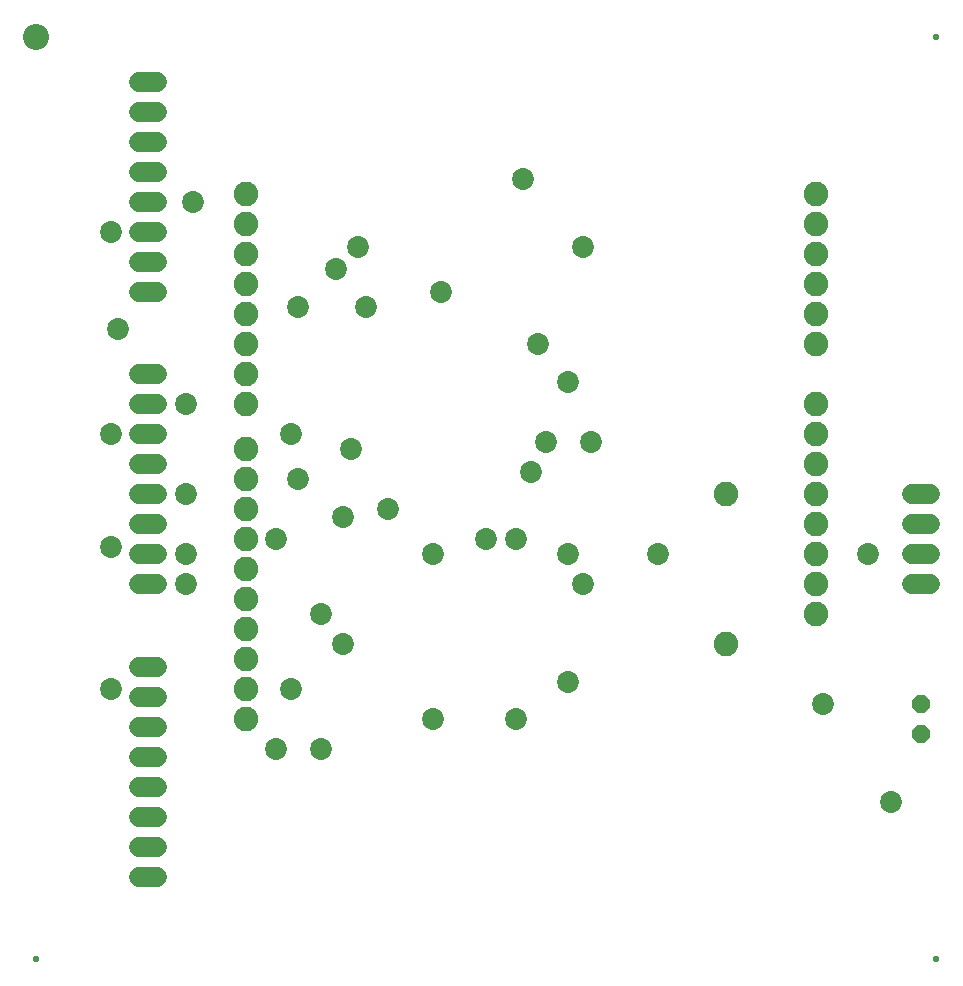
<source format=gbr>
G04 EAGLE Gerber X2 export*
%TF.Part,Single*%
%TF.FileFunction,Soldermask,Bot,1*%
%TF.FilePolarity,Negative*%
%TF.GenerationSoftware,Autodesk,EAGLE,9.0.0*%
%TF.CreationDate,2018-10-21T06:38:59Z*%
G75*
%MOMM*%
%FSLAX34Y34*%
%LPD*%
%AMOC8*
5,1,8,0,0,1.08239X$1,22.5*%
G01*
%ADD10C,2.203200*%
%ADD11C,0.553200*%
%ADD12C,2.082800*%
%ADD13C,1.727200*%
%ADD14P,1.649562X8X112.500000*%
%ADD15C,1.854200*%


D10*
X228600Y857250D03*
D11*
X228600Y76200D03*
X990600Y76200D03*
X990600Y857250D03*
D12*
X889000Y419100D03*
X889000Y444500D03*
X889000Y469900D03*
X889000Y495300D03*
X889000Y520700D03*
X889000Y546100D03*
X889000Y596900D03*
X889000Y622300D03*
X889000Y647700D03*
X889000Y673100D03*
X889000Y698500D03*
X889000Y723900D03*
X406400Y723900D03*
X406400Y698500D03*
X406400Y673100D03*
X406400Y647700D03*
X406400Y622300D03*
X406400Y596900D03*
X406400Y571500D03*
X406400Y546100D03*
X406400Y508000D03*
X406400Y482600D03*
X406400Y457200D03*
X406400Y431800D03*
X406400Y406400D03*
X406400Y381000D03*
X406400Y355600D03*
X406400Y330200D03*
X406400Y304800D03*
X406400Y279400D03*
X889000Y393700D03*
X889000Y368300D03*
D13*
X331470Y819150D02*
X316230Y819150D01*
X316230Y793750D02*
X331470Y793750D01*
X331470Y768350D02*
X316230Y768350D01*
X316230Y742950D02*
X331470Y742950D01*
X331470Y717550D02*
X316230Y717550D01*
X316230Y692150D02*
X331470Y692150D01*
X331470Y666750D02*
X316230Y666750D01*
X316230Y641350D02*
X331470Y641350D01*
X970280Y469900D02*
X985520Y469900D01*
X985520Y444500D02*
X970280Y444500D01*
X970280Y419100D02*
X985520Y419100D01*
X985520Y393700D02*
X970280Y393700D01*
X331470Y146050D02*
X316230Y146050D01*
X316230Y171450D02*
X331470Y171450D01*
X331470Y196850D02*
X316230Y196850D01*
X316230Y222250D02*
X331470Y222250D01*
X331470Y247650D02*
X316230Y247650D01*
X316230Y273050D02*
X331470Y273050D01*
X331470Y298450D02*
X316230Y298450D01*
X316230Y323850D02*
X331470Y323850D01*
X331470Y393700D02*
X316230Y393700D01*
X316230Y419100D02*
X331470Y419100D01*
X331470Y444500D02*
X316230Y444500D01*
X316230Y469900D02*
X331470Y469900D01*
X331470Y495300D02*
X316230Y495300D01*
X316230Y520700D02*
X331470Y520700D01*
X331470Y546100D02*
X316230Y546100D01*
X316230Y571500D02*
X331470Y571500D01*
D14*
X977900Y266700D03*
X977900Y292100D03*
D12*
X812800Y342900D03*
X812800Y469900D03*
D15*
X679450Y565023D03*
X571500Y641350D03*
X679450Y419100D03*
X895350Y292100D03*
X692150Y393700D03*
X508000Y628650D03*
X653923Y596900D03*
X469900Y368300D03*
X565150Y419100D03*
X527050Y457200D03*
X641350Y736600D03*
X450850Y628650D03*
X692150Y679577D03*
X501650Y679323D03*
X298450Y609600D03*
X482600Y660400D03*
X292100Y692150D03*
X488950Y342900D03*
X361950Y717550D03*
X469900Y254000D03*
X565023Y279400D03*
X635000Y279400D03*
X679450Y311150D03*
X450850Y482600D03*
X444500Y520700D03*
X355600Y546100D03*
X495300Y508000D03*
X488950Y450850D03*
X292100Y520700D03*
X609600Y431800D03*
X355600Y469900D03*
X698500Y514223D03*
X755650Y419100D03*
X292100Y304800D03*
X292100Y425450D03*
X635000Y431800D03*
X355600Y419100D03*
X660400Y514350D03*
X355600Y393700D03*
X431800Y431800D03*
X647700Y488950D03*
X444500Y304800D03*
X933450Y419100D03*
X952500Y209550D03*
X431800Y254000D03*
M02*

</source>
